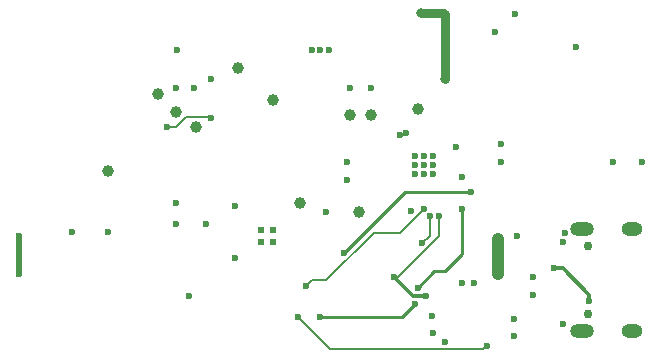
<source format=gbr>
%TF.GenerationSoftware,KiCad,Pcbnew,8.0.7*%
%TF.CreationDate,2025-01-06T14:24:51-08:00*%
%TF.ProjectId,motion-play-power,6d6f7469-6f6e-42d7-906c-61792d706f77,rev?*%
%TF.SameCoordinates,Original*%
%TF.FileFunction,Copper,L4,Bot*%
%TF.FilePolarity,Positive*%
%FSLAX46Y46*%
G04 Gerber Fmt 4.6, Leading zero omitted, Abs format (unit mm)*
G04 Created by KiCad (PCBNEW 8.0.7) date 2025-01-06 14:24:51*
%MOMM*%
%LPD*%
G01*
G04 APERTURE LIST*
%TA.AperFunction,ComponentPad*%
%ADD10C,0.750000*%
%TD*%
%TA.AperFunction,ComponentPad*%
%ADD11O,2.000000X1.200000*%
%TD*%
%TA.AperFunction,ComponentPad*%
%ADD12O,1.800000X1.200000*%
%TD*%
%TA.AperFunction,ComponentPad*%
%ADD13C,0.610000*%
%TD*%
%TA.AperFunction,ViaPad*%
%ADD14C,0.600000*%
%TD*%
%TA.AperFunction,ViaPad*%
%ADD15C,1.000000*%
%TD*%
%TA.AperFunction,ViaPad*%
%ADD16C,0.800000*%
%TD*%
%TA.AperFunction,Conductor*%
%ADD17C,0.200000*%
%TD*%
%TA.AperFunction,Conductor*%
%ADD18C,0.500000*%
%TD*%
%TA.AperFunction,Conductor*%
%ADD19C,1.000000*%
%TD*%
%TA.AperFunction,Conductor*%
%ADD20C,0.250000*%
%TD*%
%TA.AperFunction,Conductor*%
%ADD21C,0.300000*%
%TD*%
%TA.AperFunction,Conductor*%
%ADD22C,0.150000*%
%TD*%
%TA.AperFunction,Conductor*%
%ADD23C,0.800000*%
%TD*%
G04 APERTURE END LIST*
D10*
%TO.P,USBC1,*%
%TO.N,*%
X176422500Y-105650000D03*
X176422500Y-99850000D03*
D11*
%TO.P,USBC1,0,SH*%
%TO.N,GND*%
X175922500Y-107080000D03*
%TO.P,USBC1,1*%
%TO.N,N/C*%
X175922500Y-98420000D03*
D12*
%TO.P,USBC1,2*%
X180102500Y-98420000D03*
%TO.P,USBC1,3*%
X180102500Y-107080000D03*
%TD*%
D13*
%TO.P,U5,*%
%TO.N,*%
X149750000Y-98500000D03*
X148750000Y-98500000D03*
X149750000Y-99500000D03*
X148750000Y-99500000D03*
%TD*%
D14*
%TO.N,Net-(U4-FB)*%
X140750000Y-89750000D03*
X144500000Y-89000000D03*
%TO.N,GND*%
X128250000Y-102250000D03*
X128250000Y-99000000D03*
X168500000Y-81712500D03*
X170250000Y-80250000D03*
X178500000Y-92750000D03*
X181000000Y-92750000D03*
%TO.N,+3.3V*%
X146500000Y-96500000D03*
D15*
%TO.N,/Battery Management/VSYS*%
X157000000Y-97000000D03*
X152000000Y-96250000D03*
D14*
%TO.N,GND*%
X174250000Y-99500000D03*
X174475668Y-98757853D03*
D15*
%TO.N,Protected_VBUS*%
X168750000Y-99250000D03*
X168750000Y-102250000D03*
D14*
%TO.N,GND*%
X174250000Y-106500000D03*
%TO.N,+3.3V*%
X141500000Y-98000000D03*
X141500000Y-96250000D03*
D15*
%TO.N,+5V*%
X135750000Y-93500000D03*
%TO.N,/Battery Management/VSYS*%
X162000000Y-88250000D03*
D14*
%TO.N,/Battery Management/CHRG_PG*%
X155700735Y-100450735D03*
D15*
%TO.N,/Battery Management/VSYS*%
X158000000Y-88750000D03*
X156250000Y-88750000D03*
D14*
%TO.N,GND*%
X144500000Y-85750000D03*
D15*
%TO.N,/Battery Management/VSYS*%
X143250000Y-89750000D03*
X146750000Y-84750000D03*
X149750000Y-87500000D03*
%TO.N,+5V*%
X141500000Y-88500000D03*
X140000000Y-87000000D03*
D14*
%TO.N,GND*%
X154500000Y-83250000D03*
X153000000Y-83250000D03*
X166750000Y-103000000D03*
X155975000Y-94250000D03*
X163250000Y-93750000D03*
X156250000Y-86475000D03*
X161750000Y-92250000D03*
X170175000Y-106000000D03*
X169075000Y-91250000D03*
X141500000Y-86475000D03*
X162500000Y-92250000D03*
X165750000Y-94000000D03*
X163178305Y-105770565D03*
X170175000Y-107500000D03*
X165250000Y-91500000D03*
X175400000Y-83000000D03*
X165750000Y-103000000D03*
X170362500Y-99000000D03*
X161429826Y-96929826D03*
X143000000Y-86475000D03*
X162500000Y-93000000D03*
X144025000Y-98000000D03*
X141580000Y-83250000D03*
X171775000Y-104010000D03*
X161000000Y-90250000D03*
X169075000Y-92750000D03*
X158000000Y-86475000D03*
X135750000Y-98657500D03*
X163250000Y-107250000D03*
X161750000Y-93750000D03*
X155975000Y-92750000D03*
X160500000Y-90500000D03*
X154225000Y-97000000D03*
X161750000Y-93000000D03*
X164250000Y-108000000D03*
X171775000Y-102500000D03*
X146480000Y-100900000D03*
X163250000Y-92250000D03*
X163250000Y-93000000D03*
X162500000Y-93750000D03*
X153700000Y-83250000D03*
X142610000Y-104097500D03*
%TO.N,+3.3V*%
X132750000Y-98657500D03*
%TO.N,Net-(F1-Pad1)*%
X173500000Y-101750000D03*
X176500000Y-104500000D03*
%TO.N,I2C_SDA*%
X162700380Y-104049620D03*
X163817039Y-97325000D03*
X160000000Y-102500000D03*
%TO.N,I2C_SCL*%
X162357818Y-99632818D03*
X163017072Y-97317499D03*
%TO.N,/Battery Management/CHRG_INT*%
X161750000Y-104750000D03*
X165750000Y-96750000D03*
X162000000Y-103399620D03*
X153750000Y-105875000D03*
%TO.N,/Battery Management/CHRG_STAT*%
X152500000Y-103250000D03*
X162506927Y-96701255D03*
%TO.N,/Connectors/USB_ALERT*%
X151804443Y-105875000D03*
X167832087Y-108289729D03*
%TO.N,/Battery Management/CHRG_PG*%
X166500000Y-95250000D03*
D16*
%TO.N,VBAT*%
X162250000Y-80150000D03*
X164250000Y-85750000D03*
%TD*%
D17*
%TO.N,Net-(U4-FB)*%
X142350000Y-88900000D02*
X141500000Y-89750000D01*
X141500000Y-89750000D02*
X140750000Y-89750000D01*
X144400000Y-88900000D02*
X142350000Y-88900000D01*
X144500000Y-89000000D02*
X144400000Y-88900000D01*
D18*
%TO.N,GND*%
X128250000Y-102250000D02*
X128250000Y-99000000D01*
D19*
%TO.N,Protected_VBUS*%
X168750000Y-102250000D02*
X168750000Y-99250000D01*
D20*
%TO.N,/Battery Management/CHRG_PG*%
X160901470Y-95250000D02*
X155700735Y-100450735D01*
X166500000Y-95250000D02*
X160901470Y-95250000D01*
D17*
%TO.N,/Battery Management/CHRG_STAT*%
X162506927Y-96701255D02*
X160458182Y-98750000D01*
X160458182Y-98750000D02*
X158250000Y-98750000D01*
X158250000Y-98750000D02*
X154250000Y-102750000D01*
X153000000Y-102750000D02*
X152500000Y-103250000D01*
X154250000Y-102750000D02*
X153000000Y-102750000D01*
D21*
%TO.N,Net-(F1-Pad1)*%
X176500000Y-104500000D02*
X176500000Y-104000000D01*
X176500000Y-104000000D02*
X174250000Y-101750000D01*
X174250000Y-101750000D02*
X173500000Y-101750000D01*
D22*
%TO.N,I2C_SDA*%
X163817039Y-98986770D02*
X160303809Y-102500000D01*
D21*
X162700380Y-104049620D02*
X161549620Y-104049620D01*
D22*
X163817039Y-97325000D02*
X163817039Y-98986770D01*
D21*
X161549620Y-104049620D02*
X160000000Y-102500000D01*
D22*
X160303809Y-102500000D02*
X160000000Y-102500000D01*
%TO.N,I2C_SCL*%
X163017072Y-97317499D02*
X163017072Y-98973564D01*
X163017072Y-98973564D02*
X162357818Y-99632818D01*
D20*
%TO.N,/Battery Management/CHRG_INT*%
X164250000Y-102000000D02*
X163399620Y-102000000D01*
X165750000Y-96750000D02*
X165750000Y-100500000D01*
X165750000Y-100500000D02*
X164250000Y-102000000D01*
X161750000Y-104750000D02*
X160625000Y-105875000D01*
X163399620Y-102000000D02*
X162000000Y-103399620D01*
X160625000Y-105875000D02*
X153750000Y-105875000D01*
D17*
%TO.N,/Connectors/USB_ALERT*%
X154529443Y-108600000D02*
X151804443Y-105875000D01*
X167521816Y-108600000D02*
X154529443Y-108600000D01*
X167832087Y-108289729D02*
X167521816Y-108600000D01*
D23*
%TO.N,VBAT*%
X164250000Y-85750000D02*
X164250000Y-80250000D01*
X164150000Y-80150000D02*
X162250000Y-80150000D01*
X164250000Y-80250000D02*
X164150000Y-80150000D01*
%TD*%
M02*

</source>
